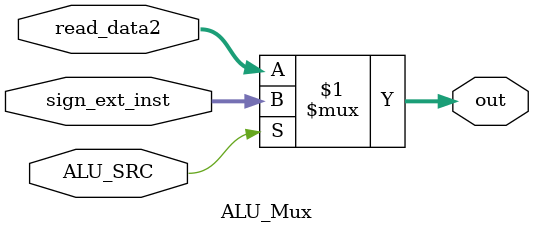
<source format=v>
module ALU_Mux(
    input wire [63:0] read_data2,
    input wire [63:0] sign_ext_inst,
    input wire ALU_SRC,
    output wire [63:0] out
);

assign out = ALU_SRC ? sign_ext_inst : read_data2;

endmodule
</source>
